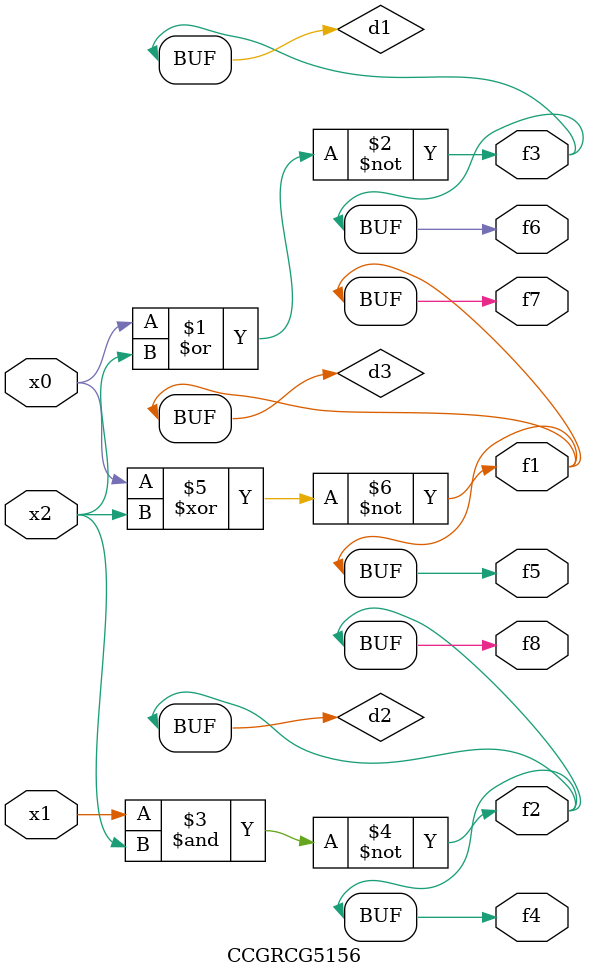
<source format=v>
module CCGRCG5156(
	input x0, x1, x2,
	output f1, f2, f3, f4, f5, f6, f7, f8
);

	wire d1, d2, d3;

	nor (d1, x0, x2);
	nand (d2, x1, x2);
	xnor (d3, x0, x2);
	assign f1 = d3;
	assign f2 = d2;
	assign f3 = d1;
	assign f4 = d2;
	assign f5 = d3;
	assign f6 = d1;
	assign f7 = d3;
	assign f8 = d2;
endmodule

</source>
